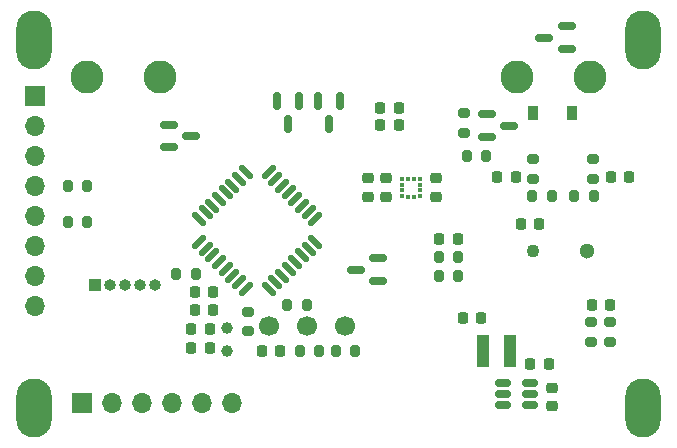
<source format=gbr>
%TF.GenerationSoftware,KiCad,Pcbnew,6.0.2-1.fc35*%
%TF.CreationDate,2022-04-20T21:26:55+02:00*%
%TF.ProjectId,LEDnode,4c45446e-6f64-4652-9e6b-696361645f70,rev?*%
%TF.SameCoordinates,Original*%
%TF.FileFunction,Soldermask,Bot*%
%TF.FilePolarity,Negative*%
%FSLAX46Y46*%
G04 Gerber Fmt 4.6, Leading zero omitted, Abs format (unit mm)*
G04 Created by KiCad (PCBNEW 6.0.2-1.fc35) date 2022-04-20 21:26:55*
%MOMM*%
%LPD*%
G01*
G04 APERTURE LIST*
G04 Aperture macros list*
%AMRoundRect*
0 Rectangle with rounded corners*
0 $1 Rounding radius*
0 $2 $3 $4 $5 $6 $7 $8 $9 X,Y pos of 4 corners*
0 Add a 4 corners polygon primitive as box body*
4,1,4,$2,$3,$4,$5,$6,$7,$8,$9,$2,$3,0*
0 Add four circle primitives for the rounded corners*
1,1,$1+$1,$2,$3*
1,1,$1+$1,$4,$5*
1,1,$1+$1,$6,$7*
1,1,$1+$1,$8,$9*
0 Add four rect primitives between the rounded corners*
20,1,$1+$1,$2,$3,$4,$5,0*
20,1,$1+$1,$4,$5,$6,$7,0*
20,1,$1+$1,$6,$7,$8,$9,0*
20,1,$1+$1,$8,$9,$2,$3,0*%
G04 Aperture macros list end*
%ADD10C,2.800000*%
%ADD11C,1.100000*%
%ADD12C,1.300000*%
%ADD13RoundRect,1.500000X0.000000X-1.000000X0.000000X-1.000000X0.000000X1.000000X0.000000X1.000000X0*%
%ADD14R,1.700000X1.700000*%
%ADD15O,1.700000X1.700000*%
%ADD16C,1.700000*%
%ADD17C,1.000000*%
%ADD18R,1.000000X1.000000*%
%ADD19O,1.000000X1.000000*%
%ADD20RoundRect,0.200000X0.275000X-0.200000X0.275000X0.200000X-0.275000X0.200000X-0.275000X-0.200000X0*%
%ADD21RoundRect,0.225000X0.225000X0.250000X-0.225000X0.250000X-0.225000X-0.250000X0.225000X-0.250000X0*%
%ADD22RoundRect,0.150000X0.587500X0.150000X-0.587500X0.150000X-0.587500X-0.150000X0.587500X-0.150000X0*%
%ADD23RoundRect,0.150000X-0.587500X-0.150000X0.587500X-0.150000X0.587500X0.150000X-0.587500X0.150000X0*%
%ADD24RoundRect,0.225000X-0.225000X-0.250000X0.225000X-0.250000X0.225000X0.250000X-0.225000X0.250000X0*%
%ADD25RoundRect,0.150000X-0.150000X0.587500X-0.150000X-0.587500X0.150000X-0.587500X0.150000X0.587500X0*%
%ADD26RoundRect,0.225000X0.250000X-0.225000X0.250000X0.225000X-0.250000X0.225000X-0.250000X-0.225000X0*%
%ADD27RoundRect,0.200000X-0.200000X-0.275000X0.200000X-0.275000X0.200000X0.275000X-0.200000X0.275000X0*%
%ADD28RoundRect,0.225000X-0.250000X0.225000X-0.250000X-0.225000X0.250000X-0.225000X0.250000X0.225000X0*%
%ADD29RoundRect,0.200000X0.200000X0.275000X-0.200000X0.275000X-0.200000X-0.275000X0.200000X-0.275000X0*%
%ADD30RoundRect,0.150000X0.512500X0.150000X-0.512500X0.150000X-0.512500X-0.150000X0.512500X-0.150000X0*%
%ADD31R,0.375000X0.350000*%
%ADD32R,0.350000X0.375000*%
%ADD33R,0.900000X1.200000*%
%ADD34R,1.000000X2.750000*%
%ADD35RoundRect,0.125000X-0.353553X-0.530330X0.530330X0.353553X0.353553X0.530330X-0.530330X-0.353553X0*%
%ADD36RoundRect,0.125000X0.353553X-0.530330X0.530330X-0.353553X-0.353553X0.530330X-0.530330X0.353553X0*%
G04 APERTURE END LIST*
D10*
%TO.C,J1*%
X82700000Y-74250000D03*
X88900000Y-74250000D03*
X119100000Y-74250000D03*
X125300000Y-74250000D03*
%TD*%
D11*
%TO.C,SW1*%
X120500000Y-89000000D03*
D12*
X125000000Y-89000000D03*
%TD*%
D13*
%TO.C,H4*%
X78200000Y-71200000D03*
%TD*%
D14*
%TO.C,J3*%
X82300000Y-101900000D03*
D15*
X84840000Y-101900000D03*
X87380000Y-101900000D03*
X89920000Y-101900000D03*
X92460000Y-101900000D03*
X95000000Y-101900000D03*
%TD*%
D13*
%TO.C,H3*%
X129800000Y-102300000D03*
%TD*%
D16*
%TO.C,SW2*%
X104541964Y-95361429D03*
X101341964Y-95361429D03*
X98141964Y-95361429D03*
%TD*%
D13*
%TO.C,H1*%
X129800000Y-71200000D03*
%TD*%
D14*
%TO.C,J4*%
X78300000Y-75900000D03*
D15*
X78300000Y-78440000D03*
X78300000Y-80980000D03*
X78300000Y-83520000D03*
X78300000Y-86060000D03*
X78300000Y-88600000D03*
X78300000Y-91140000D03*
X78300000Y-93680000D03*
%TD*%
D17*
%TO.C,Y1*%
X94550000Y-95550000D03*
X94550000Y-97450000D03*
%TD*%
D18*
%TO.C,J2*%
X83350000Y-91900000D03*
D19*
X84620000Y-91900000D03*
X85890000Y-91900000D03*
X87160000Y-91900000D03*
X88430000Y-91900000D03*
%TD*%
D13*
%TO.C,H2*%
X78200000Y-102300000D03*
%TD*%
D20*
%TO.C,R10*%
X125500000Y-82925000D03*
X125500000Y-81275000D03*
%TD*%
D21*
%TO.C,C7*%
X93375000Y-94000000D03*
X91825000Y-94000000D03*
%TD*%
%TO.C,C8*%
X93075000Y-97200000D03*
X91525000Y-97200000D03*
%TD*%
D22*
%TO.C,Q5*%
X123300000Y-70000000D03*
X123300000Y-71900000D03*
X121425000Y-70950000D03*
%TD*%
D21*
%TO.C,C6*%
X93375000Y-92500000D03*
X91825000Y-92500000D03*
%TD*%
D23*
%TO.C,Q1*%
X89662500Y-80250000D03*
X89662500Y-78350000D03*
X91537500Y-79300000D03*
%TD*%
D24*
%TO.C,C17*%
X127025000Y-82800000D03*
X128575000Y-82800000D03*
%TD*%
D25*
%TO.C,Q2*%
X98750000Y-76362500D03*
X100650000Y-76362500D03*
X99700000Y-78237500D03*
%TD*%
D21*
%TO.C,C15*%
X120975000Y-86700000D03*
X119425000Y-86700000D03*
%TD*%
D26*
%TO.C,C3*%
X122100000Y-102175000D03*
X122100000Y-100625000D03*
%TD*%
D27*
%TO.C,R17*%
X81075000Y-83500000D03*
X82725000Y-83500000D03*
%TD*%
D28*
%TO.C,C105*%
X108025000Y-82875000D03*
X108025000Y-84425000D03*
%TD*%
D20*
%TO.C,R11*%
X120500000Y-82925000D03*
X120500000Y-81275000D03*
%TD*%
D24*
%TO.C,C19*%
X112525000Y-88000000D03*
X114075000Y-88000000D03*
%TD*%
D29*
%TO.C,R1*%
X122050000Y-84400000D03*
X120400000Y-84400000D03*
%TD*%
D20*
%TO.C,R15*%
X127000000Y-96725000D03*
X127000000Y-95075000D03*
%TD*%
D22*
%TO.C,Q4*%
X107375000Y-89650000D03*
X107375000Y-91550000D03*
X105500000Y-90600000D03*
%TD*%
D28*
%TO.C,C13*%
X106525000Y-82875000D03*
X106525000Y-84425000D03*
%TD*%
D24*
%TO.C,C16*%
X117450000Y-82800000D03*
X119000000Y-82800000D03*
%TD*%
D29*
%TO.C,R6*%
X114125000Y-91100000D03*
X112475000Y-91100000D03*
%TD*%
D21*
%TO.C,C1*%
X116100000Y-94700000D03*
X114550000Y-94700000D03*
%TD*%
D30*
%TO.C,U4*%
X120175000Y-100200000D03*
X120175000Y-101150000D03*
X120175000Y-102100000D03*
X117900000Y-102100000D03*
X117900000Y-101150000D03*
X117900000Y-100200000D03*
%TD*%
D27*
%TO.C,R7*%
X123975000Y-84400000D03*
X125625000Y-84400000D03*
%TD*%
D21*
%TO.C,C9*%
X93075000Y-95600000D03*
X91525000Y-95600000D03*
%TD*%
%TO.C,C11*%
X109087011Y-76875000D03*
X107537011Y-76875000D03*
%TD*%
D27*
%TO.C,R16*%
X81075000Y-86600000D03*
X82725000Y-86600000D03*
%TD*%
D23*
%TO.C,Q6*%
X116525000Y-79350000D03*
X116525000Y-77450000D03*
X118400000Y-78400000D03*
%TD*%
D31*
%TO.C,U6*%
X110887500Y-82900000D03*
X110887500Y-83400000D03*
X110887500Y-83900000D03*
X110887500Y-84400000D03*
D32*
X110375000Y-84412500D03*
X109875000Y-84412500D03*
D31*
X109362500Y-84400000D03*
X109362500Y-83900000D03*
X109362500Y-83400000D03*
X109362500Y-82900000D03*
D32*
X109875000Y-82887500D03*
X110375000Y-82887500D03*
%TD*%
D21*
%TO.C,C20*%
X126975000Y-93600000D03*
X125425000Y-93600000D03*
%TD*%
D24*
%TO.C,C4*%
X120250000Y-98600000D03*
X121800000Y-98600000D03*
%TD*%
D21*
%TO.C,C18*%
X99075000Y-97500000D03*
X97525000Y-97500000D03*
%TD*%
D29*
%TO.C,R5*%
X101325000Y-93600000D03*
X99675000Y-93600000D03*
%TD*%
D33*
%TO.C,D1*%
X123750000Y-77300000D03*
X120450000Y-77300000D03*
%TD*%
D20*
%TO.C,R3*%
X96300000Y-95825000D03*
X96300000Y-94175000D03*
%TD*%
D21*
%TO.C,C10*%
X109087011Y-78375000D03*
X107537011Y-78375000D03*
%TD*%
D20*
%TO.C,R14*%
X125400000Y-96725000D03*
X125400000Y-95075000D03*
%TD*%
D25*
%TO.C,Q3*%
X102250000Y-76362500D03*
X104150000Y-76362500D03*
X103200000Y-78237500D03*
%TD*%
D26*
%TO.C,C12*%
X112225000Y-84425000D03*
X112225000Y-82875000D03*
%TD*%
D27*
%TO.C,R4*%
X90250000Y-91000000D03*
X91900000Y-91000000D03*
%TD*%
D29*
%TO.C,R12*%
X114125000Y-89500000D03*
X112475000Y-89500000D03*
%TD*%
D20*
%TO.C,R13*%
X114600000Y-79025000D03*
X114600000Y-77375000D03*
%TD*%
D29*
%TO.C,R9*%
X105425000Y-97500000D03*
X103775000Y-97500000D03*
%TD*%
D27*
%TO.C,R2*%
X100700000Y-97500000D03*
X102350000Y-97500000D03*
%TD*%
D34*
%TO.C,L1*%
X116250000Y-97500000D03*
X118550000Y-97500000D03*
%TD*%
D35*
%TO.C,U1*%
X96127728Y-92232070D03*
X95562043Y-91666384D03*
X94996357Y-91100699D03*
X94430672Y-90535014D03*
X93864986Y-89969328D03*
X93299301Y-89403643D03*
X92733616Y-88837957D03*
X92167930Y-88272272D03*
D36*
X92167930Y-86327728D03*
X92733616Y-85762043D03*
X93299301Y-85196357D03*
X93864986Y-84630672D03*
X94430672Y-84064986D03*
X94996357Y-83499301D03*
X95562043Y-82933616D03*
X96127728Y-82367930D03*
D35*
X98072272Y-82367930D03*
X98637957Y-82933616D03*
X99203643Y-83499301D03*
X99769328Y-84064986D03*
X100335014Y-84630672D03*
X100900699Y-85196357D03*
X101466384Y-85762043D03*
X102032070Y-86327728D03*
D36*
X102032070Y-88272272D03*
X101466384Y-88837957D03*
X100900699Y-89403643D03*
X100335014Y-89969328D03*
X99769328Y-90535014D03*
X99203643Y-91100699D03*
X98637957Y-91666384D03*
X98072272Y-92232070D03*
%TD*%
D27*
%TO.C,R8*%
X114850000Y-81000000D03*
X116500000Y-81000000D03*
%TD*%
M02*

</source>
